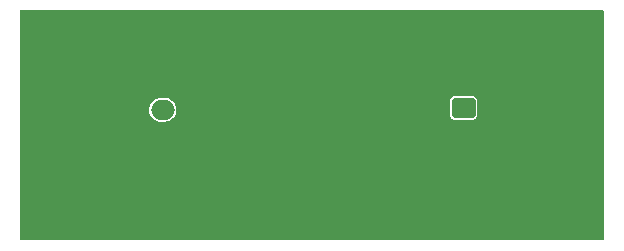
<source format=gbr>
%TF.GenerationSoftware,KiCad,Pcbnew,7.0.9*%
%TF.CreationDate,2024-09-22T22:34:36+04:00*%
%TF.ProjectId,LDO_Module,4c444f5f-4d6f-4647-956c-652e6b696361,1*%
%TF.SameCoordinates,Original*%
%TF.FileFunction,Copper,L2,Bot*%
%TF.FilePolarity,Positive*%
%FSLAX46Y46*%
G04 Gerber Fmt 4.6, Leading zero omitted, Abs format (unit mm)*
G04 Created by KiCad (PCBNEW 7.0.9) date 2024-09-22 22:34:36*
%MOMM*%
%LPD*%
G01*
G04 APERTURE LIST*
G04 Aperture macros list*
%AMRoundRect*
0 Rectangle with rounded corners*
0 $1 Rounding radius*
0 $2 $3 $4 $5 $6 $7 $8 $9 X,Y pos of 4 corners*
0 Add a 4 corners polygon primitive as box body*
4,1,4,$2,$3,$4,$5,$6,$7,$8,$9,$2,$3,0*
0 Add four circle primitives for the rounded corners*
1,1,$1+$1,$2,$3*
1,1,$1+$1,$4,$5*
1,1,$1+$1,$6,$7*
1,1,$1+$1,$8,$9*
0 Add four rect primitives between the rounded corners*
20,1,$1+$1,$2,$3,$4,$5,0*
20,1,$1+$1,$4,$5,$6,$7,0*
20,1,$1+$1,$6,$7,$8,$9,0*
20,1,$1+$1,$8,$9,$2,$3,0*%
G04 Aperture macros list end*
%TA.AperFunction,ComponentPad*%
%ADD10RoundRect,0.250000X-0.750000X0.600000X-0.750000X-0.600000X0.750000X-0.600000X0.750000X0.600000X0*%
%TD*%
%TA.AperFunction,ComponentPad*%
%ADD11O,2.000000X1.700000*%
%TD*%
%TA.AperFunction,ComponentPad*%
%ADD12RoundRect,0.250000X0.750000X-0.600000X0.750000X0.600000X-0.750000X0.600000X-0.750000X-0.600000X0*%
%TD*%
%TA.AperFunction,ViaPad*%
%ADD13C,0.800000*%
%TD*%
G04 APERTURE END LIST*
D10*
%TO.P,J2,1,Pin_1*%
%TO.N,/VOUT*%
X140330000Y-76870000D03*
D11*
%TO.P,J2,2,Pin_2*%
%TO.N,GND*%
X140330000Y-79370000D03*
%TD*%
D12*
%TO.P,J1,1,Pin_1*%
%TO.N,GND*%
X114862500Y-79540000D03*
D11*
%TO.P,J1,2,Pin_2*%
%TO.N,/VIN*%
X114862500Y-77040000D03*
%TD*%
D13*
%TO.N,GND*%
X105690000Y-82290000D03*
X130030000Y-86010000D03*
X124480000Y-86800000D03*
X116060000Y-86010000D03*
X110940000Y-84730000D03*
X106790000Y-85460000D03*
X120880000Y-84180000D03*
X140280000Y-84420000D03*
X145890000Y-84970000D03*
X150100000Y-81500000D03*
X129420000Y-72610000D03*
%TD*%
%TA.AperFunction,Conductor*%
%TO.N,GND*%
G36*
X152178539Y-68624185D02*
G01*
X152224294Y-68676989D01*
X152235500Y-68728500D01*
X152235500Y-87971500D01*
X152215815Y-88038539D01*
X152163011Y-88084294D01*
X152111500Y-88095500D01*
X102868500Y-88095500D01*
X102801461Y-88075815D01*
X102755706Y-88023011D01*
X102744500Y-87971500D01*
X102744500Y-77090936D01*
X113708131Y-77090936D01*
X113738942Y-77292063D01*
X113738945Y-77292075D01*
X113809611Y-77482881D01*
X113809613Y-77482884D01*
X113809614Y-77482887D01*
X113855505Y-77556513D01*
X113917245Y-77655567D01*
X113917249Y-77655572D01*
X114052680Y-77798045D01*
X114057441Y-77803053D01*
X114185844Y-77892424D01*
X114224449Y-77919294D01*
X114224450Y-77919294D01*
X114224451Y-77919295D01*
X114411442Y-77999540D01*
X114610759Y-78040500D01*
X115063243Y-78040500D01*
X115214939Y-78025074D01*
X115409079Y-77964162D01*
X115409080Y-77964161D01*
X115409088Y-77964159D01*
X115587002Y-77865409D01*
X115741395Y-77732866D01*
X115865948Y-77571958D01*
X115900501Y-77501517D01*
X139179500Y-77501517D01*
X139190292Y-77569657D01*
X139194354Y-77595304D01*
X139251950Y-77708342D01*
X139251952Y-77708344D01*
X139251954Y-77708347D01*
X139341652Y-77798045D01*
X139341654Y-77798046D01*
X139341658Y-77798050D01*
X139454694Y-77855645D01*
X139454698Y-77855647D01*
X139548475Y-77870499D01*
X139548481Y-77870500D01*
X141111518Y-77870499D01*
X141205304Y-77855646D01*
X141318342Y-77798050D01*
X141408050Y-77708342D01*
X141465646Y-77595304D01*
X141465646Y-77595302D01*
X141465647Y-77595301D01*
X141480499Y-77501524D01*
X141480500Y-77501519D01*
X141480499Y-76238482D01*
X141465646Y-76144696D01*
X141408050Y-76031658D01*
X141408046Y-76031654D01*
X141408045Y-76031652D01*
X141318347Y-75941954D01*
X141318344Y-75941952D01*
X141318342Y-75941950D01*
X141241517Y-75902805D01*
X141205301Y-75884352D01*
X141111524Y-75869500D01*
X139548482Y-75869500D01*
X139467519Y-75882323D01*
X139454696Y-75884354D01*
X139341658Y-75941950D01*
X139341657Y-75941951D01*
X139341652Y-75941954D01*
X139251954Y-76031652D01*
X139251951Y-76031657D01*
X139251950Y-76031658D01*
X139240095Y-76054925D01*
X139194352Y-76144698D01*
X139179500Y-76238475D01*
X139179500Y-77501517D01*
X115900501Y-77501517D01*
X115955560Y-77389271D01*
X116006563Y-77192285D01*
X116016869Y-76989064D01*
X115986056Y-76787929D01*
X115915386Y-76597113D01*
X115807752Y-76424429D01*
X115667559Y-76276947D01*
X115569087Y-76208409D01*
X115500550Y-76160705D01*
X115313556Y-76080459D01*
X115114241Y-76039500D01*
X114661758Y-76039500D01*
X114661757Y-76039500D01*
X114510060Y-76054925D01*
X114315920Y-76115837D01*
X114315905Y-76115844D01*
X114138000Y-76214589D01*
X114137995Y-76214592D01*
X113983606Y-76347132D01*
X113983604Y-76347134D01*
X113859054Y-76508037D01*
X113859053Y-76508040D01*
X113769440Y-76690728D01*
X113718437Y-76887714D01*
X113708131Y-77090936D01*
X102744500Y-77090936D01*
X102744500Y-68728500D01*
X102764185Y-68661461D01*
X102816989Y-68615706D01*
X102868500Y-68604500D01*
X152111500Y-68604500D01*
X152178539Y-68624185D01*
G37*
%TD.AperFunction*%
%TD*%
M02*

</source>
